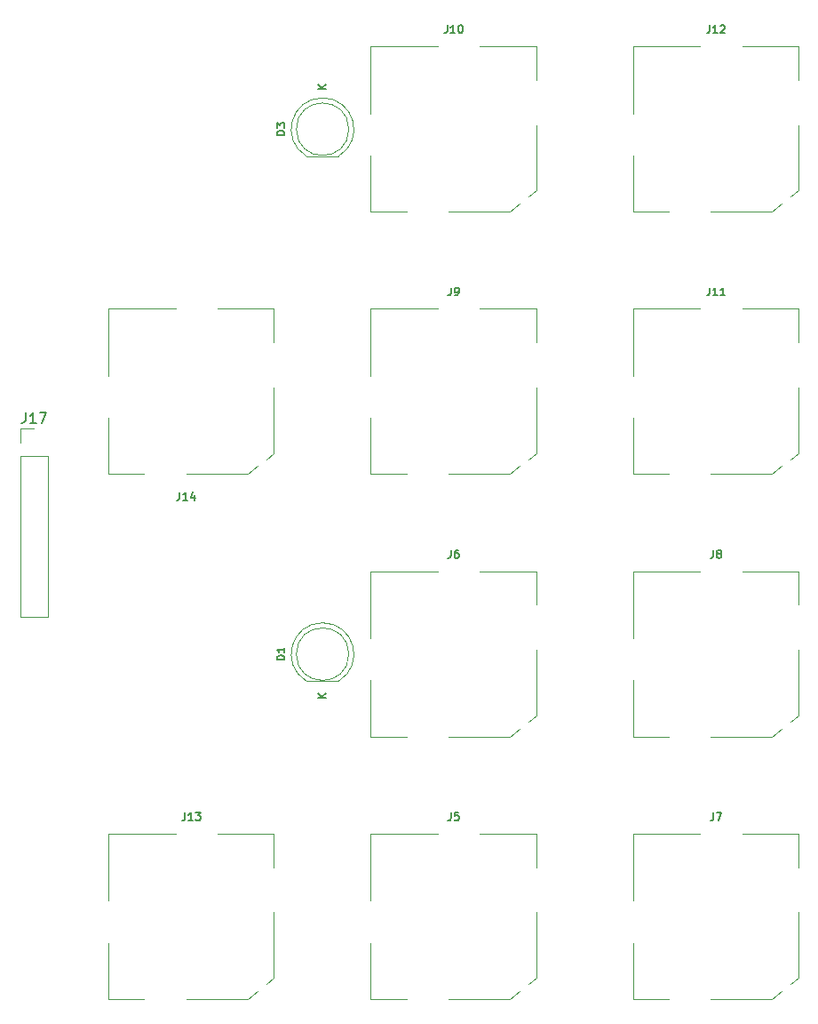
<source format=gbr>
G04 #@! TF.GenerationSoftware,KiCad,Pcbnew,(6.0.5)*
G04 #@! TF.CreationDate,2022-07-13T23:04:47-05:00*
G04 #@! TF.ProjectId,QuantizerBack,5175616e-7469-47a6-9572-4261636b2e6b,rev?*
G04 #@! TF.SameCoordinates,Original*
G04 #@! TF.FileFunction,Legend,Top*
G04 #@! TF.FilePolarity,Positive*
%FSLAX46Y46*%
G04 Gerber Fmt 4.6, Leading zero omitted, Abs format (unit mm)*
G04 Created by KiCad (PCBNEW (6.0.5)) date 2022-07-13 23:04:47*
%MOMM*%
%LPD*%
G01*
G04 APERTURE LIST*
%ADD10C,0.150000*%
%ADD11C,0.120000*%
G04 APERTURE END LIST*
D10*
G04 #@! TO.C,J8*
X224750000Y-102589285D02*
X224750000Y-103125000D01*
X224714285Y-103232142D01*
X224642857Y-103303571D01*
X224535714Y-103339285D01*
X224464285Y-103339285D01*
X225214285Y-102910714D02*
X225142857Y-102875000D01*
X225107142Y-102839285D01*
X225071428Y-102767857D01*
X225071428Y-102732142D01*
X225107142Y-102660714D01*
X225142857Y-102625000D01*
X225214285Y-102589285D01*
X225357142Y-102589285D01*
X225428571Y-102625000D01*
X225464285Y-102660714D01*
X225500000Y-102732142D01*
X225500000Y-102767857D01*
X225464285Y-102839285D01*
X225428571Y-102875000D01*
X225357142Y-102910714D01*
X225214285Y-102910714D01*
X225142857Y-102946428D01*
X225107142Y-102982142D01*
X225071428Y-103053571D01*
X225071428Y-103196428D01*
X225107142Y-103267857D01*
X225142857Y-103303571D01*
X225214285Y-103339285D01*
X225357142Y-103339285D01*
X225428571Y-103303571D01*
X225464285Y-103267857D01*
X225500000Y-103196428D01*
X225500000Y-103053571D01*
X225464285Y-102982142D01*
X225428571Y-102946428D01*
X225357142Y-102910714D01*
G04 #@! TO.C,D1*
X183879285Y-113058571D02*
X183129285Y-113058571D01*
X183129285Y-112880000D01*
X183165000Y-112772857D01*
X183236428Y-112701428D01*
X183307857Y-112665714D01*
X183450714Y-112630000D01*
X183557857Y-112630000D01*
X183700714Y-112665714D01*
X183772142Y-112701428D01*
X183843571Y-112772857D01*
X183879285Y-112880000D01*
X183879285Y-113058571D01*
X183879285Y-111915714D02*
X183879285Y-112344285D01*
X183879285Y-112130000D02*
X183129285Y-112130000D01*
X183236428Y-112201428D01*
X183307857Y-112272857D01*
X183343571Y-112344285D01*
X187839285Y-116671428D02*
X187089285Y-116671428D01*
X187839285Y-116242857D02*
X187410714Y-116564285D01*
X187089285Y-116242857D02*
X187517857Y-116671428D01*
G04 #@! TO.C,J13*
X174392857Y-127589285D02*
X174392857Y-128125000D01*
X174357142Y-128232142D01*
X174285714Y-128303571D01*
X174178571Y-128339285D01*
X174107142Y-128339285D01*
X175142857Y-128339285D02*
X174714285Y-128339285D01*
X174928571Y-128339285D02*
X174928571Y-127589285D01*
X174857142Y-127696428D01*
X174785714Y-127767857D01*
X174714285Y-127803571D01*
X175392857Y-127589285D02*
X175857142Y-127589285D01*
X175607142Y-127875000D01*
X175714285Y-127875000D01*
X175785714Y-127910714D01*
X175821428Y-127946428D01*
X175857142Y-128017857D01*
X175857142Y-128196428D01*
X175821428Y-128267857D01*
X175785714Y-128303571D01*
X175714285Y-128339285D01*
X175500000Y-128339285D01*
X175428571Y-128303571D01*
X175392857Y-128267857D01*
G04 #@! TO.C,J9*
X199750000Y-77589285D02*
X199750000Y-78125000D01*
X199714285Y-78232142D01*
X199642857Y-78303571D01*
X199535714Y-78339285D01*
X199464285Y-78339285D01*
X200142857Y-78339285D02*
X200285714Y-78339285D01*
X200357142Y-78303571D01*
X200392857Y-78267857D01*
X200464285Y-78160714D01*
X200500000Y-78017857D01*
X200500000Y-77732142D01*
X200464285Y-77660714D01*
X200428571Y-77625000D01*
X200357142Y-77589285D01*
X200214285Y-77589285D01*
X200142857Y-77625000D01*
X200107142Y-77660714D01*
X200071428Y-77732142D01*
X200071428Y-77910714D01*
X200107142Y-77982142D01*
X200142857Y-78017857D01*
X200214285Y-78053571D01*
X200357142Y-78053571D01*
X200428571Y-78017857D01*
X200464285Y-77982142D01*
X200500000Y-77910714D01*
G04 #@! TO.C,J6*
X199750000Y-102589285D02*
X199750000Y-103125000D01*
X199714285Y-103232142D01*
X199642857Y-103303571D01*
X199535714Y-103339285D01*
X199464285Y-103339285D01*
X200428571Y-102589285D02*
X200285714Y-102589285D01*
X200214285Y-102625000D01*
X200178571Y-102660714D01*
X200107142Y-102767857D01*
X200071428Y-102910714D01*
X200071428Y-103196428D01*
X200107142Y-103267857D01*
X200142857Y-103303571D01*
X200214285Y-103339285D01*
X200357142Y-103339285D01*
X200428571Y-103303571D01*
X200464285Y-103267857D01*
X200500000Y-103196428D01*
X200500000Y-103017857D01*
X200464285Y-102946428D01*
X200428571Y-102910714D01*
X200357142Y-102875000D01*
X200214285Y-102875000D01*
X200142857Y-102910714D01*
X200107142Y-102946428D01*
X200071428Y-103017857D01*
G04 #@! TO.C,J10*
X199392857Y-52589285D02*
X199392857Y-53125000D01*
X199357142Y-53232142D01*
X199285714Y-53303571D01*
X199178571Y-53339285D01*
X199107142Y-53339285D01*
X200142857Y-53339285D02*
X199714285Y-53339285D01*
X199928571Y-53339285D02*
X199928571Y-52589285D01*
X199857142Y-52696428D01*
X199785714Y-52767857D01*
X199714285Y-52803571D01*
X200607142Y-52589285D02*
X200678571Y-52589285D01*
X200750000Y-52625000D01*
X200785714Y-52660714D01*
X200821428Y-52732142D01*
X200857142Y-52875000D01*
X200857142Y-53053571D01*
X200821428Y-53196428D01*
X200785714Y-53267857D01*
X200750000Y-53303571D01*
X200678571Y-53339285D01*
X200607142Y-53339285D01*
X200535714Y-53303571D01*
X200500000Y-53267857D01*
X200464285Y-53196428D01*
X200428571Y-53053571D01*
X200428571Y-52875000D01*
X200464285Y-52732142D01*
X200500000Y-52660714D01*
X200535714Y-52625000D01*
X200607142Y-52589285D01*
G04 #@! TO.C,D3*
X183879285Y-63058571D02*
X183129285Y-63058571D01*
X183129285Y-62880000D01*
X183165000Y-62772857D01*
X183236428Y-62701428D01*
X183307857Y-62665714D01*
X183450714Y-62630000D01*
X183557857Y-62630000D01*
X183700714Y-62665714D01*
X183772142Y-62701428D01*
X183843571Y-62772857D01*
X183879285Y-62880000D01*
X183879285Y-63058571D01*
X183129285Y-62380000D02*
X183129285Y-61915714D01*
X183415000Y-62165714D01*
X183415000Y-62058571D01*
X183450714Y-61987142D01*
X183486428Y-61951428D01*
X183557857Y-61915714D01*
X183736428Y-61915714D01*
X183807857Y-61951428D01*
X183843571Y-61987142D01*
X183879285Y-62058571D01*
X183879285Y-62272857D01*
X183843571Y-62344285D01*
X183807857Y-62380000D01*
X187839285Y-58696428D02*
X187089285Y-58696428D01*
X187839285Y-58267857D02*
X187410714Y-58589285D01*
X187089285Y-58267857D02*
X187517857Y-58696428D01*
G04 #@! TO.C,J17*
X159190476Y-89497380D02*
X159190476Y-90211666D01*
X159142857Y-90354523D01*
X159047619Y-90449761D01*
X158904761Y-90497380D01*
X158809523Y-90497380D01*
X160190476Y-90497380D02*
X159619047Y-90497380D01*
X159904761Y-90497380D02*
X159904761Y-89497380D01*
X159809523Y-89640238D01*
X159714285Y-89735476D01*
X159619047Y-89783095D01*
X160523809Y-89497380D02*
X161190476Y-89497380D01*
X160761904Y-90497380D01*
G04 #@! TO.C,J11*
X224392857Y-77589285D02*
X224392857Y-78125000D01*
X224357142Y-78232142D01*
X224285714Y-78303571D01*
X224178571Y-78339285D01*
X224107142Y-78339285D01*
X225142857Y-78339285D02*
X224714285Y-78339285D01*
X224928571Y-78339285D02*
X224928571Y-77589285D01*
X224857142Y-77696428D01*
X224785714Y-77767857D01*
X224714285Y-77803571D01*
X225857142Y-78339285D02*
X225428571Y-78339285D01*
X225642857Y-78339285D02*
X225642857Y-77589285D01*
X225571428Y-77696428D01*
X225500000Y-77767857D01*
X225428571Y-77803571D01*
G04 #@! TO.C,J5*
X199750000Y-127589285D02*
X199750000Y-128125000D01*
X199714285Y-128232142D01*
X199642857Y-128303571D01*
X199535714Y-128339285D01*
X199464285Y-128339285D01*
X200464285Y-127589285D02*
X200107142Y-127589285D01*
X200071428Y-127946428D01*
X200107142Y-127910714D01*
X200178571Y-127875000D01*
X200357142Y-127875000D01*
X200428571Y-127910714D01*
X200464285Y-127946428D01*
X200500000Y-128017857D01*
X200500000Y-128196428D01*
X200464285Y-128267857D01*
X200428571Y-128303571D01*
X200357142Y-128339285D01*
X200178571Y-128339285D01*
X200107142Y-128303571D01*
X200071428Y-128267857D01*
G04 #@! TO.C,J14*
X173892857Y-97089285D02*
X173892857Y-97625000D01*
X173857142Y-97732142D01*
X173785714Y-97803571D01*
X173678571Y-97839285D01*
X173607142Y-97839285D01*
X174642857Y-97839285D02*
X174214285Y-97839285D01*
X174428571Y-97839285D02*
X174428571Y-97089285D01*
X174357142Y-97196428D01*
X174285714Y-97267857D01*
X174214285Y-97303571D01*
X175285714Y-97339285D02*
X175285714Y-97839285D01*
X175107142Y-97053571D02*
X174928571Y-97589285D01*
X175392857Y-97589285D01*
G04 #@! TO.C,J7*
X224750000Y-127589285D02*
X224750000Y-128125000D01*
X224714285Y-128232142D01*
X224642857Y-128303571D01*
X224535714Y-128339285D01*
X224464285Y-128339285D01*
X225035714Y-127589285D02*
X225535714Y-127589285D01*
X225214285Y-128339285D01*
G04 #@! TO.C,J12*
X224392857Y-52589285D02*
X224392857Y-53125000D01*
X224357142Y-53232142D01*
X224285714Y-53303571D01*
X224178571Y-53339285D01*
X224107142Y-53339285D01*
X225142857Y-53339285D02*
X224714285Y-53339285D01*
X224928571Y-53339285D02*
X224928571Y-52589285D01*
X224857142Y-52696428D01*
X224785714Y-52767857D01*
X224714285Y-52803571D01*
X225428571Y-52660714D02*
X225464285Y-52625000D01*
X225535714Y-52589285D01*
X225714285Y-52589285D01*
X225785714Y-52625000D01*
X225821428Y-52660714D01*
X225857142Y-52732142D01*
X225857142Y-52803571D01*
X225821428Y-52910714D01*
X225392857Y-53339285D01*
X225857142Y-53339285D01*
D11*
G04 #@! TO.C,J8*
X217100000Y-104600000D02*
X223500000Y-104600000D01*
X217100000Y-111000000D02*
X217100000Y-104600000D01*
X232850000Y-118300000D02*
X232850000Y-118350000D01*
X232850000Y-104600000D02*
X232850000Y-107800000D01*
X220500000Y-120350000D02*
X217100000Y-120350000D01*
X231290000Y-119590000D02*
X230350000Y-120350000D01*
X232850000Y-112100000D02*
X232850000Y-118300000D01*
X227500000Y-104600000D02*
X232850000Y-104600000D01*
X217100000Y-120350000D02*
X217100000Y-115000000D01*
X232850000Y-118350000D02*
X232110000Y-118940000D01*
X230350000Y-120350000D02*
X224500000Y-120350000D01*
G04 #@! TO.C,D1*
X185955000Y-115065000D02*
X189045000Y-115065000D01*
X187500462Y-109515000D02*
G75*
G03*
X185955170Y-115065000I-462J-2990000D01*
G01*
X189044830Y-115065000D02*
G75*
G03*
X187499538Y-109515000I-1544830J2560000D01*
G01*
X190000000Y-112505000D02*
G75*
G03*
X190000000Y-112505000I-2500000J0D01*
G01*
G04 #@! TO.C,J13*
X182850000Y-143300000D02*
X182850000Y-143350000D01*
X182850000Y-129600000D02*
X182850000Y-132800000D01*
X180350000Y-145350000D02*
X174500000Y-145350000D01*
X182850000Y-137100000D02*
X182850000Y-143300000D01*
X167100000Y-136000000D02*
X167100000Y-129600000D01*
X170500000Y-145350000D02*
X167100000Y-145350000D01*
X182850000Y-143350000D02*
X182110000Y-143940000D01*
X167100000Y-145350000D02*
X167100000Y-140000000D01*
X181290000Y-144590000D02*
X180350000Y-145350000D01*
X167100000Y-129600000D02*
X173500000Y-129600000D01*
X177500000Y-129600000D02*
X182850000Y-129600000D01*
G04 #@! TO.C,J9*
X202500000Y-79600000D02*
X207850000Y-79600000D01*
X206290000Y-94590000D02*
X205350000Y-95350000D01*
X207850000Y-93350000D02*
X207110000Y-93940000D01*
X207850000Y-87100000D02*
X207850000Y-93300000D01*
X192100000Y-95350000D02*
X192100000Y-90000000D01*
X192100000Y-86000000D02*
X192100000Y-79600000D01*
X207850000Y-79600000D02*
X207850000Y-82800000D01*
X192100000Y-79600000D02*
X198500000Y-79600000D01*
X195500000Y-95350000D02*
X192100000Y-95350000D01*
X205350000Y-95350000D02*
X199500000Y-95350000D01*
X207850000Y-93300000D02*
X207850000Y-93350000D01*
G04 #@! TO.C,J6*
X207850000Y-112100000D02*
X207850000Y-118300000D01*
X192100000Y-104600000D02*
X198500000Y-104600000D01*
X192100000Y-120350000D02*
X192100000Y-115000000D01*
X202500000Y-104600000D02*
X207850000Y-104600000D01*
X206290000Y-119590000D02*
X205350000Y-120350000D01*
X207850000Y-118350000D02*
X207110000Y-118940000D01*
X207850000Y-118300000D02*
X207850000Y-118350000D01*
X205350000Y-120350000D02*
X199500000Y-120350000D01*
X207850000Y-104600000D02*
X207850000Y-107800000D01*
X192100000Y-111000000D02*
X192100000Y-104600000D01*
X195500000Y-120350000D02*
X192100000Y-120350000D01*
G04 #@! TO.C,J10*
X207850000Y-54600000D02*
X207850000Y-57800000D01*
X195500000Y-70350000D02*
X192100000Y-70350000D01*
X205350000Y-70350000D02*
X199500000Y-70350000D01*
X206290000Y-69590000D02*
X205350000Y-70350000D01*
X202500000Y-54600000D02*
X207850000Y-54600000D01*
X192100000Y-61000000D02*
X192100000Y-54600000D01*
X192100000Y-70350000D02*
X192100000Y-65000000D01*
X207850000Y-68350000D02*
X207110000Y-68940000D01*
X207850000Y-68300000D02*
X207850000Y-68350000D01*
X192100000Y-54600000D02*
X198500000Y-54600000D01*
X207850000Y-62100000D02*
X207850000Y-68300000D01*
G04 #@! TO.C,D3*
X185955000Y-65065000D02*
X189045000Y-65065000D01*
X187500462Y-59515000D02*
G75*
G03*
X185955170Y-65065000I-462J-2990000D01*
G01*
X189044830Y-65065000D02*
G75*
G03*
X187499538Y-59515000I-1544830J2560000D01*
G01*
X190000000Y-62505000D02*
G75*
G03*
X190000000Y-62505000I-2500000J0D01*
G01*
G04 #@! TO.C,J17*
X158670000Y-91045000D02*
X160000000Y-91045000D01*
X158670000Y-93645000D02*
X161330000Y-93645000D01*
X158670000Y-108945000D02*
X161330000Y-108945000D01*
X161330000Y-93645000D02*
X161330000Y-108945000D01*
X158670000Y-92375000D02*
X158670000Y-91045000D01*
X158670000Y-93645000D02*
X158670000Y-108945000D01*
G04 #@! TO.C,J11*
X232850000Y-79600000D02*
X232850000Y-82800000D01*
X227500000Y-79600000D02*
X232850000Y-79600000D01*
X232850000Y-93350000D02*
X232110000Y-93940000D01*
X230350000Y-95350000D02*
X224500000Y-95350000D01*
X231290000Y-94590000D02*
X230350000Y-95350000D01*
X217100000Y-79600000D02*
X223500000Y-79600000D01*
X217100000Y-86000000D02*
X217100000Y-79600000D01*
X232850000Y-93300000D02*
X232850000Y-93350000D01*
X217100000Y-95350000D02*
X217100000Y-90000000D01*
X220500000Y-95350000D02*
X217100000Y-95350000D01*
X232850000Y-87100000D02*
X232850000Y-93300000D01*
G04 #@! TO.C,J5*
X202500000Y-129600000D02*
X207850000Y-129600000D01*
X192100000Y-129600000D02*
X198500000Y-129600000D01*
X195500000Y-145350000D02*
X192100000Y-145350000D01*
X207850000Y-143350000D02*
X207110000Y-143940000D01*
X192100000Y-136000000D02*
X192100000Y-129600000D01*
X205350000Y-145350000D02*
X199500000Y-145350000D01*
X206290000Y-144590000D02*
X205350000Y-145350000D01*
X207850000Y-143300000D02*
X207850000Y-143350000D01*
X192100000Y-145350000D02*
X192100000Y-140000000D01*
X207850000Y-137100000D02*
X207850000Y-143300000D01*
X207850000Y-129600000D02*
X207850000Y-132800000D01*
G04 #@! TO.C,J14*
X180350000Y-95350000D02*
X174500000Y-95350000D01*
X181290000Y-94590000D02*
X180350000Y-95350000D01*
X182850000Y-93300000D02*
X182850000Y-93350000D01*
X167100000Y-95350000D02*
X167100000Y-90000000D01*
X182850000Y-93350000D02*
X182110000Y-93940000D01*
X167100000Y-79600000D02*
X173500000Y-79600000D01*
X182850000Y-87100000D02*
X182850000Y-93300000D01*
X167100000Y-86000000D02*
X167100000Y-79600000D01*
X182850000Y-79600000D02*
X182850000Y-82800000D01*
X170500000Y-95350000D02*
X167100000Y-95350000D01*
X177500000Y-79600000D02*
X182850000Y-79600000D01*
G04 #@! TO.C,J7*
X232850000Y-129600000D02*
X232850000Y-132800000D01*
X232850000Y-143350000D02*
X232110000Y-143940000D01*
X217100000Y-145350000D02*
X217100000Y-140000000D01*
X220500000Y-145350000D02*
X217100000Y-145350000D01*
X217100000Y-136000000D02*
X217100000Y-129600000D01*
X232850000Y-137100000D02*
X232850000Y-143300000D01*
X227500000Y-129600000D02*
X232850000Y-129600000D01*
X232850000Y-143300000D02*
X232850000Y-143350000D01*
X217100000Y-129600000D02*
X223500000Y-129600000D01*
X230350000Y-145350000D02*
X224500000Y-145350000D01*
X231290000Y-144590000D02*
X230350000Y-145350000D01*
G04 #@! TO.C,J12*
X232850000Y-68350000D02*
X232110000Y-68940000D01*
X227500000Y-54600000D02*
X232850000Y-54600000D01*
X232850000Y-54600000D02*
X232850000Y-57800000D01*
X232850000Y-68300000D02*
X232850000Y-68350000D01*
X230350000Y-70350000D02*
X224500000Y-70350000D01*
X232850000Y-62100000D02*
X232850000Y-68300000D01*
X220500000Y-70350000D02*
X217100000Y-70350000D01*
X217100000Y-54600000D02*
X223500000Y-54600000D01*
X217100000Y-61000000D02*
X217100000Y-54600000D01*
X231290000Y-69590000D02*
X230350000Y-70350000D01*
X217100000Y-70350000D02*
X217100000Y-65000000D01*
G04 #@! TD*
M02*

</source>
